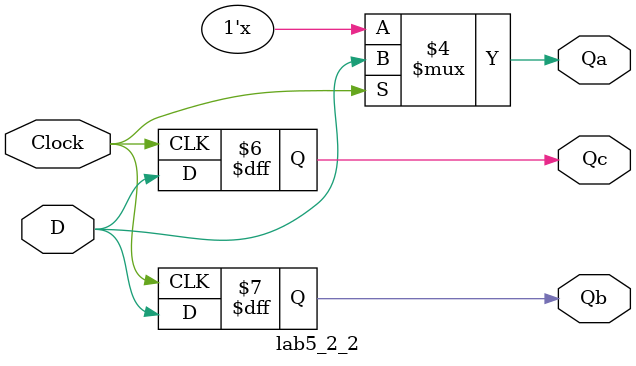
<source format=v>
`timescale 1ns / 1ps


module lab5_2_2(Clock,D,Qa,Qb,Qc);
    input Clock;
    input D;
    output reg Qa,Qb,Qc;
        
    always @ (Clock or D)
    if(Clock)
    begin
        Qa <= D;
    end
    
    always @ (posedge Clock)
    begin
        Qb <= D;
    end
    
    always @ (negedge Clock)
    begin
        Qc <= D;
    end
endmodule
</source>
